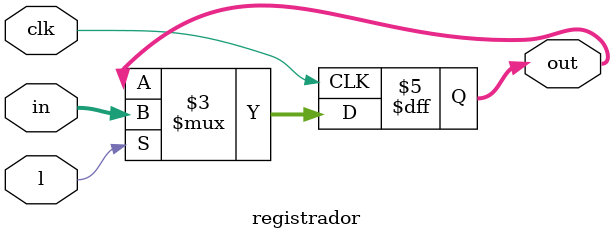
<source format=v>
module registrador(
    input clk,
    input l,
    input [15:0] in,
    output reg [15:0] out
);

    always @(posedge clk) begin
        if (l == 1) begin
            out <= in;
        end
    end

endmodule
</source>
